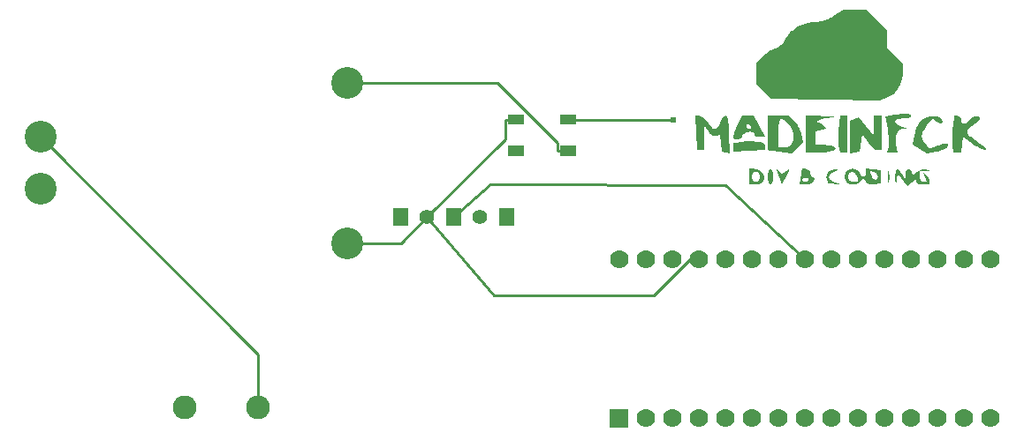
<source format=gtl>
G04 Layer: TopLayer*
G04 EasyEDA v6.4.12, 2021-01-01T09:56:31+01:00*
G04 894a5beaafa14ce6bfb9057d1c18a6f7,8f8135e26d124d33b536985ae94b05e9,10*
G04 Gerber Generator version 0.2*
G04 Scale: 100 percent, Rotated: No, Reflected: No *
G04 Dimensions in millimeters *
G04 leading zeros omitted , absolute positions ,4 integer and 5 decimal *
%FSLAX45Y45*%
%MOMM*%

%ADD11C,0.2600*%
%ADD12C,0.4064*%
%ADD13C,0.6100*%
%ADD16C,1.7780*%
%ADD17C,3.0480*%
%ADD18C,3.0500*%
%ADD19C,2.2860*%
%ADD21C,1.4148*%

%LPD*%
G36*
X8276183Y4907534D02*
G01*
X8054340Y4907330D01*
X7960715Y4848504D01*
X7950708Y4842814D01*
X7939989Y4837277D01*
X7928609Y4831943D01*
X7916722Y4826762D01*
X7904327Y4821834D01*
X7891627Y4817110D01*
X7878673Y4812741D01*
X7865618Y4808626D01*
X7852460Y4804918D01*
X7839405Y4801565D01*
X7826451Y4798618D01*
X7813751Y4796129D01*
X7801457Y4794097D01*
X7789570Y4792573D01*
X7778191Y4791608D01*
X7766202Y4790998D01*
X7753146Y4790033D01*
X7740243Y4788662D01*
X7727543Y4786833D01*
X7714996Y4784598D01*
X7702600Y4781956D01*
X7690459Y4778908D01*
X7678470Y4775403D01*
X7666736Y4771542D01*
X7655204Y4767326D01*
X7643926Y4762652D01*
X7632852Y4757623D01*
X7622031Y4752238D01*
X7611516Y4746498D01*
X7601254Y4740351D01*
X7591247Y4733848D01*
X7581544Y4726990D01*
X7572146Y4719828D01*
X7563053Y4712309D01*
X7554264Y4704435D01*
X7545831Y4696206D01*
X7537703Y4687671D01*
X7529931Y4678832D01*
X7522514Y4669688D01*
X7515453Y4660239D01*
X7508748Y4650435D01*
X7502448Y4640376D01*
X7496556Y4630013D01*
X7490510Y4618786D01*
X7486954Y4612894D01*
X7478928Y4601260D01*
X7469886Y4589983D01*
X7465059Y4584547D01*
X7454900Y4574235D01*
X7444282Y4564735D01*
X7438847Y4560366D01*
X7427823Y4552492D01*
X7422337Y4549038D01*
X7416901Y4545939D01*
X7411466Y4543196D01*
X7406182Y4540859D01*
X7400950Y4538929D01*
X7391603Y4536287D01*
X7382509Y4533138D01*
X7372756Y4528972D01*
X7362494Y4523994D01*
X7351928Y4518202D01*
X7341158Y4511751D01*
X7330287Y4504690D01*
X7319568Y4497120D01*
X7309053Y4489145D01*
X7298944Y4480864D01*
X7289342Y4472381D01*
X7280402Y4463796D01*
X7217257Y4396689D01*
X7217257Y4196334D01*
X7356856Y4056634D01*
X8404910Y4040987D01*
X8483346Y4073550D01*
X8492947Y4078224D01*
X8502345Y4083456D01*
X8511489Y4089298D01*
X8520430Y4095648D01*
X8529066Y4102557D01*
X8537397Y4109923D01*
X8545474Y4117746D01*
X8553246Y4126077D01*
X8560663Y4134764D01*
X8567826Y4143908D01*
X8574582Y4153408D01*
X8580983Y4163263D01*
X8587028Y4173474D01*
X8592718Y4183989D01*
X8597950Y4194810D01*
X8602827Y4205884D01*
X8607247Y4217212D01*
X8611209Y4228744D01*
X8614765Y4240479D01*
X8617864Y4252417D01*
X8620455Y4264507D01*
X8622538Y4276699D01*
X8624112Y4288993D01*
X8625230Y4301388D01*
X8625738Y4313885D01*
X8625840Y4395622D01*
X8473440Y4548022D01*
X8473440Y4710328D01*
G37*
G36*
X8648090Y3912362D02*
G01*
X8634882Y3912006D01*
X8620099Y3911193D01*
X8603742Y3909771D01*
X8585708Y3907891D01*
X8544560Y3902557D01*
X8455101Y3888841D01*
X8478062Y3765550D01*
X8480450Y3751427D01*
X8484412Y3722522D01*
X8487410Y3693617D01*
X8489391Y3665829D01*
X8489950Y3652672D01*
X8490204Y3628491D01*
X8489848Y3617772D01*
X8489238Y3608120D01*
X8488273Y3599738D01*
X8476792Y3535934D01*
X8576005Y3535934D01*
X8561882Y3613556D01*
X8559800Y3628644D01*
X8558377Y3643172D01*
X8557717Y3657041D01*
X8557717Y3670249D01*
X8558479Y3682746D01*
X8559850Y3694531D01*
X8561933Y3705504D01*
X8564676Y3715715D01*
X8568080Y3725062D01*
X8572093Y3733596D01*
X8576716Y3741165D01*
X8579256Y3744620D01*
X8584844Y3750767D01*
X8587841Y3753510D01*
X8590940Y3755948D01*
X8594242Y3758184D01*
X8597696Y3760114D01*
X8601252Y3761790D01*
X8604961Y3763213D01*
X8608822Y3764381D01*
X8612784Y3765245D01*
X8616950Y3765854D01*
X8621166Y3766159D01*
X8663940Y3767734D01*
X8600186Y3793490D01*
X8588349Y3799078D01*
X8583015Y3801922D01*
X8573668Y3807663D01*
X8565997Y3813454D01*
X8562797Y3816299D01*
X8559952Y3819194D01*
X8557564Y3822039D01*
X8555583Y3824833D01*
X8554008Y3827576D01*
X8552840Y3830320D01*
X8552027Y3833012D01*
X8551672Y3835654D01*
X8551672Y3838194D01*
X8552129Y3840683D01*
X8552942Y3843121D01*
X8554161Y3845458D01*
X8555736Y3847693D01*
X8557768Y3849878D01*
X8560155Y3851910D01*
X8562898Y3853840D01*
X8569604Y3857396D01*
X8577834Y3860393D01*
X8587587Y3862832D01*
X8598865Y3864610D01*
X8611616Y3865727D01*
X8641130Y3866642D01*
X8655405Y3868165D01*
X8662060Y3869232D01*
X8668359Y3870502D01*
X8674201Y3871976D01*
X8679637Y3873601D01*
X8684564Y3875379D01*
X8688984Y3877360D01*
X8692794Y3879443D01*
X8695994Y3881678D01*
X8698585Y3884015D01*
X8700465Y3886454D01*
X8701633Y3888943D01*
X8702040Y3891534D01*
X8701887Y3893820D01*
X8701379Y3896004D01*
X8700617Y3897985D01*
X8699500Y3899915D01*
X8698077Y3901643D01*
X8696350Y3903268D01*
X8694267Y3904742D01*
X8691829Y3906113D01*
X8689086Y3907332D01*
X8682482Y3909364D01*
X8674506Y3910888D01*
X8665057Y3911854D01*
X8654135Y3912311D01*
G37*
G36*
X6631940Y3891635D02*
G01*
X6648958Y3561334D01*
X6720840Y3561334D01*
X6720840Y3801262D01*
X6761581Y3743096D01*
X6765899Y3737203D01*
X6770420Y3731666D01*
X6775196Y3726434D01*
X6780072Y3721506D01*
X6785051Y3716985D01*
X6790131Y3712870D01*
X6795211Y3709111D01*
X6800291Y3705860D01*
X6805371Y3703015D01*
X6810298Y3700627D01*
X6815175Y3698798D01*
X6819849Y3697478D01*
X6824319Y3696715D01*
X6828586Y3696512D01*
X6832600Y3696919D01*
X6836257Y3697935D01*
X6870192Y3710990D01*
X6885940Y3549040D01*
X6962140Y3534714D01*
X6956856Y3713683D01*
X6955180Y3763721D01*
X6953503Y3803345D01*
X6951573Y3833825D01*
X6950506Y3846017D01*
X6949287Y3856329D01*
X6947966Y3864965D01*
X6946442Y3872077D01*
X6944715Y3877818D01*
X6942785Y3882288D01*
X6940651Y3885641D01*
X6938213Y3888130D01*
X6935470Y3889756D01*
X6932472Y3890772D01*
X6929120Y3891330D01*
X6923379Y3891534D01*
X6919671Y3890975D01*
X6915607Y3889248D01*
X6911390Y3886504D01*
X6906971Y3882847D01*
X6902450Y3878275D01*
X6897928Y3872890D01*
X6893407Y3866794D01*
X6888937Y3860037D01*
X6884670Y3852672D01*
X6880555Y3844848D01*
X6876745Y3836619D01*
X6869734Y3819448D01*
X6865924Y3811219D01*
X6861860Y3803396D01*
X6857593Y3796029D01*
X6853174Y3789273D01*
X6848703Y3783177D01*
X6844233Y3777792D01*
X6839762Y3773220D01*
X6835444Y3769563D01*
X6831228Y3766820D01*
X6827316Y3765143D01*
X6823659Y3764534D01*
X6820814Y3764889D01*
X6817664Y3765854D01*
X6814210Y3767378D01*
X6806488Y3772204D01*
X6797954Y3779062D01*
X6793433Y3783177D01*
X6784187Y3792575D01*
X6774738Y3803396D01*
X6765442Y3815283D01*
X6752132Y3834485D01*
X6747357Y3840784D01*
X6742379Y3846880D01*
X6731762Y3858260D01*
X6726224Y3863492D01*
X6720636Y3868369D01*
X6714998Y3872890D01*
X6709359Y3877005D01*
X6703771Y3880662D01*
X6698234Y3883863D01*
X6692849Y3886555D01*
X6687667Y3888689D01*
X6682638Y3890264D01*
X6677914Y3891279D01*
X6673443Y3891584D01*
G37*
G36*
X9113774Y3891534D02*
G01*
X9104223Y3790594D01*
X9102496Y3765956D01*
X9100972Y3725519D01*
X9100718Y3691026D01*
X9101124Y3664407D01*
X9102090Y3639870D01*
X9103664Y3618484D01*
X9111640Y3535934D01*
X9181388Y3535934D01*
X9197340Y3689451D01*
X9300413Y3619195D01*
X9313672Y3610660D01*
X9326880Y3602634D01*
X9339783Y3595217D01*
X9352229Y3588512D01*
X9364167Y3582568D01*
X9375343Y3577437D01*
X9385706Y3573170D01*
X9395002Y3569868D01*
X9403130Y3567633D01*
X9409988Y3566464D01*
X9412833Y3566363D01*
X9415322Y3566515D01*
X9417405Y3566972D01*
X9419285Y3567937D01*
X9420402Y3569360D01*
X9420860Y3571138D01*
X9420606Y3573373D01*
X9419691Y3575964D01*
X9418167Y3578860D01*
X9415983Y3582162D01*
X9409836Y3589578D01*
X9401403Y3598062D01*
X9390888Y3607511D01*
X9378492Y3617671D01*
X9364268Y3628390D01*
X9348470Y3639565D01*
X9316720Y3660952D01*
X9303004Y3670604D01*
X9290659Y3679647D01*
X9279686Y3688181D01*
X9270136Y3696208D01*
X9261906Y3703828D01*
X9255048Y3711041D01*
X9249511Y3717950D01*
X9247225Y3721252D01*
X9245295Y3724554D01*
X9242399Y3730955D01*
X9241434Y3734054D01*
X9240469Y3740200D01*
X9240824Y3746296D01*
X9241434Y3749294D01*
X9242399Y3752291D01*
X9243669Y3755288D01*
X9247124Y3761333D01*
X9251797Y3767480D01*
X9257690Y3773728D01*
X9264802Y3780180D01*
X9273082Y3786835D01*
X9282531Y3793845D01*
X9305391Y3809339D01*
X9317736Y3818331D01*
X9329115Y3827475D01*
X9339275Y3836568D01*
X9343796Y3840937D01*
X9351518Y3849370D01*
X9357410Y3857040D01*
X9359544Y3860495D01*
X9361119Y3863695D01*
X9362084Y3866540D01*
X9362440Y3869080D01*
X9362084Y3873347D01*
X9361068Y3877157D01*
X9359493Y3880459D01*
X9357309Y3883355D01*
X9354566Y3885742D01*
X9351365Y3887724D01*
X9347758Y3889248D01*
X9343745Y3890314D01*
X9339376Y3890924D01*
X9334652Y3891178D01*
X9329724Y3890975D01*
X9324543Y3890365D01*
X9319158Y3889349D01*
X9313672Y3887927D01*
X9308084Y3886149D01*
X9302445Y3883964D01*
X9296806Y3881374D01*
X9291218Y3878478D01*
X9285681Y3875176D01*
X9280296Y3871518D01*
X9275064Y3867505D01*
X9270034Y3863136D01*
X9265310Y3858463D01*
X9256369Y3848303D01*
X9251645Y3843324D01*
X9241840Y3834231D01*
X9236862Y3830167D01*
X9231934Y3826510D01*
X9227108Y3823309D01*
X9222486Y3820566D01*
X9218066Y3818331D01*
X9213951Y3816705D01*
X9210243Y3815689D01*
X9206890Y3815334D01*
X9202420Y3816096D01*
X9198254Y3818331D01*
X9194495Y3821887D01*
X9191193Y3826510D01*
X9188450Y3832148D01*
X9186367Y3838651D01*
X9185097Y3845763D01*
X9184284Y3858564D01*
X9183370Y3863543D01*
X9181846Y3868216D01*
X9179763Y3872636D01*
X9177223Y3876700D01*
X9174226Y3880358D01*
X9170822Y3883558D01*
X9167063Y3886301D01*
X9162948Y3888536D01*
X9158579Y3890162D01*
X9154007Y3891178D01*
X9149181Y3891534D01*
G37*
G36*
X8346440Y3891534D02*
G01*
X8345068Y3701034D01*
X8201304Y3874363D01*
X8117840Y3842308D01*
X8117840Y3532225D01*
X8206740Y3549192D01*
X8232140Y3718661D01*
X8294878Y3633571D01*
X8304987Y3621176D01*
X8315452Y3609441D01*
X8326120Y3598621D01*
X8336686Y3588867D01*
X8347049Y3580333D01*
X8356955Y3573170D01*
X8366201Y3567531D01*
X8370570Y3565347D01*
X8374634Y3563620D01*
X8378494Y3562350D01*
X8382050Y3561587D01*
X8385302Y3561334D01*
X8422640Y3561334D01*
X8422640Y3891534D01*
G37*
G36*
X8020913Y3891534D02*
G01*
X8011464Y3742436D01*
X8010093Y3718458D01*
X8009077Y3696258D01*
X8008416Y3675786D01*
X8008112Y3656990D01*
X8008112Y3639820D01*
X8008518Y3624224D01*
X8009331Y3610101D01*
X8010499Y3597401D01*
X8012074Y3586124D01*
X8014055Y3576116D01*
X8016494Y3567379D01*
X8019389Y3559860D01*
X8022691Y3553510D01*
X8024520Y3550716D01*
X8028584Y3545992D01*
X8030768Y3543960D01*
X8033105Y3542182D01*
X8035544Y3540658D01*
X8040776Y3538270D01*
X8046567Y3536746D01*
X8052816Y3536035D01*
X8092440Y3535934D01*
X8092440Y3891534D01*
G37*
G36*
X7690866Y3891534D02*
G01*
X7693101Y3535934D01*
X7793786Y3536340D01*
X7811312Y3536797D01*
X7828280Y3537559D01*
X7844637Y3538626D01*
X7860334Y3540048D01*
X7875320Y3541725D01*
X7889494Y3543706D01*
X7902854Y3545941D01*
X7915300Y3548430D01*
X7926831Y3551123D01*
X7937347Y3554069D01*
X7946796Y3557168D01*
X7955076Y3560470D01*
X7962239Y3563975D01*
X7968183Y3567582D01*
X7972806Y3571341D01*
X7976158Y3575253D01*
X7977276Y3577234D01*
X7978038Y3579266D01*
X7978444Y3581298D01*
X7978495Y3583330D01*
X7978190Y3585413D01*
X7977428Y3587496D01*
X7976362Y3589629D01*
X7974482Y3591915D01*
X7971739Y3594150D01*
X7968284Y3596284D01*
X7964017Y3598367D01*
X7959140Y3600348D01*
X7953603Y3602177D01*
X7940852Y3605529D01*
X7933740Y3607003D01*
X7918297Y3609390D01*
X7901584Y3611118D01*
X7884007Y3612032D01*
X7787640Y3612134D01*
X7787640Y3743909D01*
X7890306Y3770731D01*
X7861503Y3805478D01*
X7857337Y3810000D01*
X7852816Y3814064D01*
X7848041Y3817670D01*
X7843012Y3820718D01*
X7837881Y3823258D01*
X7832648Y3825240D01*
X7827416Y3826611D01*
X7822285Y3827424D01*
X7817256Y3827576D01*
X7812481Y3827068D01*
X7807959Y3825900D01*
X7803794Y3824020D01*
X7774940Y3807866D01*
X7800340Y3835044D01*
X7803286Y3837889D01*
X7806994Y3840734D01*
X7816189Y3846474D01*
X7827568Y3852062D01*
X7840624Y3857447D01*
X7855051Y3862374D01*
X7870342Y3866743D01*
X7886090Y3870350D01*
X7901940Y3873093D01*
X7978140Y3883914D01*
G37*
G36*
X7330440Y3891534D02*
G01*
X7330592Y3688689D01*
X7331049Y3653840D01*
X7331811Y3623056D01*
X7333374Y3586734D01*
X7432040Y3586734D01*
X7432141Y3745484D01*
X7433157Y3779062D01*
X7434122Y3793642D01*
X7435392Y3806748D01*
X7436967Y3818432D01*
X7438847Y3828745D01*
X7441133Y3837635D01*
X7443774Y3845153D01*
X7445197Y3848404D01*
X7448448Y3853891D01*
X7450175Y3856126D01*
X7452055Y3858056D01*
X7454036Y3859631D01*
X7456119Y3860901D01*
X7458303Y3861866D01*
X7460640Y3862476D01*
X7463028Y3862781D01*
X7468260Y3862425D01*
X7471003Y3861815D01*
X7476947Y3859580D01*
X7483398Y3856177D01*
X7490358Y3851554D01*
X7497825Y3845763D01*
X7505903Y3838803D01*
X7514539Y3830726D01*
X7523632Y3821582D01*
X7532166Y3811930D01*
X7539939Y3801973D01*
X7546949Y3791813D01*
X7553198Y3781450D01*
X7558684Y3770884D01*
X7563408Y3760266D01*
X7567472Y3749548D01*
X7570724Y3738829D01*
X7573314Y3728110D01*
X7575194Y3717442D01*
X7576362Y3706926D01*
X7576820Y3696563D01*
X7576566Y3686352D01*
X7575702Y3676446D01*
X7574076Y3666794D01*
X7571841Y3657498D01*
X7568946Y3648557D01*
X7565339Y3640023D01*
X7561122Y3631996D01*
X7556296Y3624427D01*
X7550810Y3617468D01*
X7544714Y3611067D01*
X7537958Y3605326D01*
X7534402Y3602685D01*
X7526731Y3598011D01*
X7522718Y3595928D01*
X7514183Y3592372D01*
X7505039Y3589680D01*
X7500264Y3588613D01*
X7495336Y3587800D01*
X7485075Y3586835D01*
X7333374Y3586734D01*
X7334300Y3573576D01*
X7334961Y3567176D01*
X7335672Y3562756D01*
X7336383Y3560419D01*
X7336790Y3560064D01*
X7372350Y3555136D01*
X7554772Y3531666D01*
X7665923Y3642817D01*
X7649311Y3728262D01*
X7646314Y3739692D01*
X7642453Y3751376D01*
X7637932Y3763162D01*
X7632700Y3774948D01*
X7626959Y3786530D01*
X7620711Y3797808D01*
X7614056Y3808577D01*
X7607096Y3818737D01*
X7599934Y3828084D01*
X7592618Y3836517D01*
X7585202Y3843883D01*
X7528001Y3891534D01*
G37*
G36*
X7085838Y3891534D02*
G01*
X7037480Y3789934D01*
X7127240Y3789934D01*
X7128103Y3799789D01*
X7130491Y3807866D01*
X7134098Y3813352D01*
X7138416Y3815334D01*
X7141006Y3814826D01*
X7144003Y3813352D01*
X7147356Y3810965D01*
X7150963Y3807866D01*
X7154621Y3804107D01*
X7158329Y3799789D01*
X7161936Y3795014D01*
X7165340Y3789934D01*
X7167930Y3784854D01*
X7169302Y3780078D01*
X7169454Y3775760D01*
X7168489Y3772001D01*
X7166457Y3768902D01*
X7163308Y3766565D01*
X7159193Y3765042D01*
X7154113Y3764534D01*
X7148728Y3765042D01*
X7143699Y3766565D01*
X7139127Y3768902D01*
X7135114Y3772001D01*
X7131812Y3775760D01*
X7129322Y3780078D01*
X7127798Y3784854D01*
X7127240Y3789934D01*
X7037480Y3789934D01*
X7026402Y3764991D01*
X7020509Y3750868D01*
X7010552Y3725113D01*
X7006640Y3713886D01*
X7003592Y3704082D01*
X7001459Y3695954D01*
X7000392Y3689756D01*
X7000240Y3687470D01*
X7000595Y3682847D01*
X7001611Y3678682D01*
X7003237Y3675075D01*
X7005421Y3671925D01*
X7008164Y3669284D01*
X7011314Y3667150D01*
X7014870Y3665474D01*
X7018781Y3664204D01*
X7022998Y3663442D01*
X7027468Y3663137D01*
X7032091Y3663289D01*
X7036917Y3663848D01*
X7041743Y3664813D01*
X7046671Y3666185D01*
X7051548Y3668014D01*
X7056323Y3670198D01*
X7060996Y3672789D01*
X7065518Y3675735D01*
X7069734Y3679088D01*
X7073696Y3682796D01*
X7077354Y3686810D01*
X7080554Y3691229D01*
X7083348Y3695954D01*
X7087666Y3705453D01*
X7090308Y3709568D01*
X7093508Y3713479D01*
X7097217Y3717137D01*
X7101382Y3720490D01*
X7105954Y3723640D01*
X7110831Y3726484D01*
X7116013Y3729024D01*
X7121499Y3731310D01*
X7127138Y3733342D01*
X7132878Y3735019D01*
X7138771Y3736441D01*
X7150557Y3738321D01*
X7156399Y3738778D01*
X7162139Y3738930D01*
X7167727Y3738778D01*
X7173061Y3738270D01*
X7178141Y3737406D01*
X7182916Y3736238D01*
X7187285Y3734714D01*
X7191248Y3732834D01*
X7194753Y3730548D01*
X7197750Y3727958D01*
X7200138Y3724960D01*
X7201916Y3721608D01*
X7203033Y3717848D01*
X7203846Y3710279D01*
X7205167Y3707028D01*
X7207250Y3703878D01*
X7210094Y3700932D01*
X7213600Y3698240D01*
X7217714Y3695801D01*
X7222388Y3693668D01*
X7227570Y3691839D01*
X7233208Y3690365D01*
X7239203Y3689248D01*
X7245553Y3688587D01*
X7252106Y3688334D01*
X7300823Y3688334D01*
X7190740Y3891127D01*
G37*
G36*
X8920022Y3891076D02*
G01*
X8907932Y3890518D01*
X8895588Y3889248D01*
X8883192Y3887317D01*
X8870797Y3884625D01*
X8858656Y3881272D01*
X8846820Y3877259D01*
X8835491Y3872585D01*
X8830005Y3870045D01*
X8819591Y3864406D01*
X8809990Y3858158D01*
X8801354Y3851300D01*
X8797442Y3847693D01*
X8790787Y3840429D01*
X8784793Y3832504D01*
X8778849Y3823309D01*
X8772956Y3813098D01*
X8767216Y3801922D01*
X8761679Y3790086D01*
X8756497Y3777640D01*
X8751620Y3764838D01*
X8747201Y3751783D01*
X8743289Y3738676D01*
X8739936Y3725672D01*
X8737193Y3712921D01*
X8721598Y3617112D01*
X8854186Y3530244D01*
X8950909Y3548481D01*
X8967470Y3552444D01*
X8982964Y3556965D01*
X8997340Y3562045D01*
X9010497Y3567531D01*
X9022283Y3573424D01*
X9027617Y3576421D01*
X9037218Y3582670D01*
X9041384Y3585870D01*
X9045143Y3589070D01*
X9048445Y3592322D01*
X9051290Y3595522D01*
X9053728Y3598773D01*
X9055658Y3601974D01*
X9057081Y3605174D01*
X9057995Y3608374D01*
X9058402Y3611473D01*
X9058300Y3614521D01*
X9057589Y3617569D01*
X9056370Y3620465D01*
X9054541Y3623310D01*
X9052153Y3626104D01*
X9050629Y3627018D01*
X9048343Y3627577D01*
X9045244Y3627780D01*
X9041485Y3627729D01*
X9032036Y3626612D01*
X9020302Y3624376D01*
X9006738Y3621024D01*
X8991701Y3616655D01*
X8975547Y3611422D01*
X8958630Y3605377D01*
X8875725Y3574034D01*
X8835288Y3629456D01*
X8827363Y3641140D01*
X8820708Y3652164D01*
X8815324Y3662629D01*
X8813038Y3667760D01*
X8811107Y3672738D01*
X8808212Y3682542D01*
X8807246Y3687368D01*
X8806586Y3692194D01*
X8806230Y3697020D01*
X8806230Y3701846D01*
X8806535Y3706672D01*
X8807196Y3711549D01*
X8808161Y3716477D01*
X8809482Y3721506D01*
X8811107Y3726586D01*
X8813038Y3731768D01*
X8815324Y3737101D01*
X8820962Y3748125D01*
X8827922Y3759860D01*
X8836202Y3772357D01*
X8845905Y3785717D01*
X8857030Y3800144D01*
X8910421Y3868064D01*
X8946540Y3838092D01*
X8951569Y3834129D01*
X8956497Y3830726D01*
X8961323Y3827830D01*
X8965996Y3825443D01*
X8970518Y3823563D01*
X8974836Y3822141D01*
X8979001Y3821176D01*
X8982862Y3820718D01*
X8986520Y3820617D01*
X8989923Y3821023D01*
X8992971Y3821836D01*
X8995714Y3823004D01*
X8998102Y3824630D01*
X9000134Y3826560D01*
X9001810Y3828897D01*
X9003030Y3831590D01*
X9003792Y3834637D01*
X9004147Y3837990D01*
X9003995Y3841699D01*
X9003334Y3845712D01*
X9002115Y3849979D01*
X9000388Y3854551D01*
X8998102Y3859377D01*
X8995156Y3864457D01*
X8992920Y3867658D01*
X8990380Y3870604D01*
X8987434Y3873398D01*
X8984183Y3875938D01*
X8980627Y3878326D01*
X8976766Y3880459D01*
X8968282Y3884168D01*
X8963660Y3885692D01*
X8953754Y3888181D01*
X8943086Y3889908D01*
X8931808Y3890873D01*
G37*
G36*
X7157212Y3649116D02*
G01*
X7131253Y3648456D01*
X7103516Y3646576D01*
X7089648Y3645204D01*
X7000240Y3634333D01*
X7000138Y3548634D01*
X7305040Y3565855D01*
X7305040Y3601669D01*
X7304278Y3608882D01*
X7302195Y3615588D01*
X7298842Y3621684D01*
X7294422Y3627018D01*
X7289088Y3631387D01*
X7282992Y3634689D01*
X7276236Y3636822D01*
X7269022Y3637534D01*
X7258253Y3637838D01*
X7246213Y3638702D01*
X7233615Y3640023D01*
X7221118Y3641750D01*
X7209434Y3643782D01*
X7192619Y3647236D01*
X7184288Y3648201D01*
X7174382Y3648760D01*
G37*
G36*
X7407554Y3392779D02*
G01*
X7466939Y3235401D01*
X7505344Y3309518D01*
X7514132Y3327146D01*
X7521143Y3342132D01*
X7526426Y3354527D01*
X7529931Y3364382D01*
X7530998Y3368344D01*
X7531658Y3371697D01*
X7531862Y3374491D01*
X7531658Y3376625D01*
X7530947Y3378149D01*
X7529830Y3379114D01*
X7528306Y3379470D01*
X7526324Y3379215D01*
X7523886Y3378403D01*
X7520990Y3377031D01*
X7513929Y3372612D01*
X7505090Y3365957D01*
X7466380Y3333953D01*
G37*
G36*
X7679283Y3387648D02*
G01*
X7674457Y3387598D01*
X7670038Y3386937D01*
X7666126Y3385565D01*
X7662824Y3383534D01*
X7660284Y3380740D01*
X7658557Y3377184D01*
X7655915Y3364433D01*
X7651038Y3337051D01*
X7641152Y3277717D01*
X7660640Y3277717D01*
X7661402Y3281934D01*
X7663535Y3285947D01*
X7666939Y3289503D01*
X7671511Y3292652D01*
X7676946Y3295243D01*
X7683246Y3297224D01*
X7690154Y3298444D01*
X7697622Y3298850D01*
X7704785Y3298444D01*
X7710931Y3297224D01*
X7716012Y3295243D01*
X7719872Y3292652D01*
X7722463Y3289503D01*
X7723682Y3285947D01*
X7723378Y3281934D01*
X7721498Y3277717D01*
X7718399Y3273450D01*
X7714538Y3269488D01*
X7710119Y3265881D01*
X7705242Y3262731D01*
X7700111Y3260140D01*
X7694828Y3258210D01*
X7689596Y3256991D01*
X7684516Y3256534D01*
X7679740Y3256991D01*
X7675270Y3258210D01*
X7671206Y3260140D01*
X7667650Y3262731D01*
X7664703Y3265881D01*
X7662519Y3269488D01*
X7661097Y3273450D01*
X7660640Y3277717D01*
X7641152Y3277717D01*
X7633462Y3231134D01*
X7695133Y3231134D01*
X7701483Y3231337D01*
X7707833Y3231896D01*
X7714081Y3232861D01*
X7720228Y3234131D01*
X7726222Y3235756D01*
X7732064Y3237687D01*
X7737652Y3239871D01*
X7742986Y3242310D01*
X7748016Y3245053D01*
X7752689Y3247948D01*
X7757007Y3251098D01*
X7760868Y3254451D01*
X7764272Y3257956D01*
X7767218Y3261563D01*
X7769606Y3265373D01*
X7771434Y3269234D01*
X7773822Y3276904D01*
X7775143Y3284016D01*
X7775346Y3290519D01*
X7774533Y3296158D01*
X7772653Y3300831D01*
X7769809Y3304336D01*
X7766050Y3306572D01*
X7756499Y3308096D01*
X7751876Y3310331D01*
X7747711Y3313887D01*
X7744053Y3318510D01*
X7741056Y3324148D01*
X7738770Y3330651D01*
X7737348Y3337763D01*
X7736840Y3345434D01*
X7736331Y3349904D01*
X7734858Y3354324D01*
X7732572Y3358642D01*
X7729524Y3362807D01*
X7725816Y3366770D01*
X7721549Y3370529D01*
X7716824Y3373983D01*
X7711795Y3377184D01*
X7706461Y3380028D01*
X7700924Y3382467D01*
X7695387Y3384499D01*
X7689850Y3386074D01*
X7684465Y3387140D01*
G37*
G36*
X8270240Y3386886D02*
G01*
X8270240Y3363976D01*
X8316163Y3363976D01*
X8350351Y3352596D01*
X8357209Y3349701D01*
X8363610Y3345840D01*
X8369401Y3341166D01*
X8374481Y3335832D01*
X8378647Y3330041D01*
X8381847Y3323996D01*
X8383828Y3317748D01*
X8384540Y3311550D01*
X8384286Y3306114D01*
X8383524Y3301187D01*
X8382355Y3296869D01*
X8380780Y3293059D01*
X8378850Y3289808D01*
X8376615Y3287064D01*
X8374075Y3284880D01*
X8371281Y3283204D01*
X8368284Y3281984D01*
X8365134Y3281324D01*
X8361832Y3281172D01*
X8358428Y3281527D01*
X8355025Y3282340D01*
X8351570Y3283610D01*
X8348116Y3285388D01*
X8344763Y3287623D01*
X8341512Y3290366D01*
X8338413Y3293516D01*
X8335467Y3297123D01*
X8332774Y3301136D01*
X8330336Y3305657D01*
X8328202Y3310534D01*
X8326374Y3315868D01*
X8324951Y3321608D01*
X8316163Y3363976D01*
X8270240Y3363976D01*
X8270240Y3347110D01*
X8270036Y3341065D01*
X8269427Y3335477D01*
X8268411Y3330448D01*
X8267141Y3325926D01*
X8265464Y3321913D01*
X8263534Y3318459D01*
X8261350Y3315462D01*
X8258962Y3313023D01*
X8256320Y3311093D01*
X8253526Y3309721D01*
X8250529Y3308858D01*
X8247430Y3308502D01*
X8244230Y3308654D01*
X8240979Y3309365D01*
X8237677Y3310585D01*
X8234324Y3312363D01*
X8231022Y3314649D01*
X8227720Y3317443D01*
X8224520Y3320796D01*
X8221370Y3324656D01*
X8218322Y3329025D01*
X8215477Y3333953D01*
X8212734Y3339439D01*
X8210245Y3345434D01*
X8207806Y3350564D01*
X8204504Y3355543D01*
X8200440Y3360216D01*
X8195716Y3364636D01*
X8190382Y3368700D01*
X8184540Y3372358D01*
X8178241Y3375558D01*
X8171637Y3378301D01*
X8164728Y3380536D01*
X8157616Y3382162D01*
X8150453Y3383178D01*
X8143240Y3383534D01*
X8136026Y3383178D01*
X8128812Y3382162D01*
X8121751Y3380536D01*
X8114842Y3378301D01*
X8108188Y3375558D01*
X8101939Y3372358D01*
X8096097Y3368700D01*
X8090763Y3364636D01*
X8086039Y3360216D01*
X8081975Y3355543D01*
X8078673Y3350564D01*
X8076234Y3345434D01*
X8074304Y3340049D01*
X8072678Y3334765D01*
X8070291Y3324402D01*
X8069021Y3314446D01*
X8068848Y3306724D01*
X8098231Y3306724D01*
X8098332Y3311245D01*
X8098891Y3315766D01*
X8099907Y3320389D01*
X8101431Y3324961D01*
X8103412Y3329533D01*
X8105952Y3334054D01*
X8108950Y3338423D01*
X8112252Y3342182D01*
X8115757Y3345332D01*
X8119414Y3347923D01*
X8123326Y3349955D01*
X8127339Y3351428D01*
X8131454Y3352393D01*
X8135620Y3352800D01*
X8139887Y3352749D01*
X8144154Y3352139D01*
X8148421Y3351072D01*
X8152638Y3349548D01*
X8156803Y3347567D01*
X8160867Y3345129D01*
X8164779Y3342233D01*
X8168589Y3338931D01*
X8172145Y3335223D01*
X8175548Y3331108D01*
X8178647Y3326637D01*
X8181492Y3321761D01*
X8184032Y3316579D01*
X8186267Y3310991D01*
X8188096Y3305098D01*
X8189518Y3298901D01*
X8197748Y3256534D01*
X8159292Y3256534D01*
X8153501Y3256737D01*
X8147913Y3257346D01*
X8142528Y3258362D01*
X8137398Y3259785D01*
X8132521Y3261512D01*
X8127898Y3263595D01*
X8123580Y3265932D01*
X8119516Y3268624D01*
X8115808Y3271520D01*
X8112353Y3274720D01*
X8109305Y3278124D01*
X8106562Y3281730D01*
X8104174Y3285540D01*
X8102193Y3289554D01*
X8100568Y3293668D01*
X8099348Y3297936D01*
X8098586Y3302254D01*
X8098231Y3306724D01*
X8068848Y3306724D01*
X8069122Y3300171D01*
X8069630Y3295650D01*
X8070392Y3291230D01*
X8072628Y3282797D01*
X8075675Y3274822D01*
X8079536Y3267405D01*
X8084108Y3260598D01*
X8089392Y3254400D01*
X8095335Y3248812D01*
X8101787Y3243986D01*
X8108797Y3239820D01*
X8116214Y3236417D01*
X8120075Y3234994D01*
X8128101Y3232810D01*
X8132216Y3231997D01*
X8140649Y3231083D01*
X8149285Y3231032D01*
X8158124Y3231946D01*
X8167065Y3233775D01*
X8176006Y3236620D01*
X8184997Y3240532D01*
X8193887Y3245459D01*
X8198256Y3248304D01*
X8206943Y3254908D01*
X8211210Y3258667D01*
X8246922Y3294227D01*
X8267801Y3260445D01*
X8270240Y3257042D01*
X8273237Y3253841D01*
X8276742Y3250844D01*
X8280704Y3247999D01*
X8285073Y3245408D01*
X8289848Y3243072D01*
X8294928Y3240989D01*
X8300364Y3239109D01*
X8306003Y3237534D01*
X8311896Y3236264D01*
X8317941Y3235299D01*
X8324088Y3234588D01*
X8330387Y3234232D01*
X8336686Y3234232D01*
X8343036Y3234588D01*
X8349284Y3235248D01*
X8409940Y3243834D01*
X8409940Y3370834D01*
G37*
G36*
X7355840Y3383534D02*
G01*
X7353249Y3383127D01*
X7350709Y3381959D01*
X7348270Y3380079D01*
X7345984Y3377539D01*
X7343749Y3374288D01*
X7341666Y3370478D01*
X7339685Y3366058D01*
X7336231Y3355746D01*
X7334758Y3349853D01*
X7333488Y3343605D01*
X7331557Y3329940D01*
X7330541Y3315106D01*
X7330541Y3299561D01*
X7331557Y3284728D01*
X7333488Y3271113D01*
X7334758Y3264814D01*
X7336231Y3258921D01*
X7339685Y3248609D01*
X7341666Y3244189D01*
X7343749Y3240379D01*
X7345984Y3237128D01*
X7348270Y3234588D01*
X7350709Y3232708D01*
X7353249Y3231540D01*
X7355840Y3231134D01*
X7358430Y3231540D01*
X7360920Y3232708D01*
X7363358Y3234588D01*
X7365695Y3237128D01*
X7367930Y3240379D01*
X7370013Y3244189D01*
X7371943Y3248609D01*
X7373772Y3253536D01*
X7375398Y3258921D01*
X7376871Y3264814D01*
X7378141Y3271113D01*
X7380071Y3284728D01*
X7381087Y3299561D01*
X7381240Y3307334D01*
X7381087Y3315106D01*
X7380071Y3329940D01*
X7378141Y3343605D01*
X7376871Y3349853D01*
X7375398Y3355746D01*
X7373772Y3361131D01*
X7371943Y3366058D01*
X7370013Y3370478D01*
X7367930Y3374288D01*
X7365695Y3377539D01*
X7363358Y3380079D01*
X7360920Y3381959D01*
X7358430Y3383127D01*
G37*
G36*
X7152640Y3383534D02*
G01*
X7152640Y3307334D01*
X7178040Y3307334D01*
X7178395Y3314242D01*
X7179360Y3320897D01*
X7180986Y3327196D01*
X7183221Y3333038D01*
X7185914Y3338474D01*
X7189114Y3343300D01*
X7192772Y3347618D01*
X7196836Y3351225D01*
X7201255Y3354171D01*
X7205929Y3356356D01*
X7210907Y3357676D01*
X7216140Y3358134D01*
X7221321Y3357676D01*
X7226300Y3356356D01*
X7231024Y3354171D01*
X7235393Y3351225D01*
X7239457Y3347618D01*
X7243114Y3343300D01*
X7246315Y3338474D01*
X7249058Y3333038D01*
X7251242Y3327196D01*
X7252868Y3320897D01*
X7253884Y3314242D01*
X7254240Y3307334D01*
X7253884Y3300425D01*
X7252868Y3293770D01*
X7251242Y3287471D01*
X7249058Y3281629D01*
X7246315Y3276244D01*
X7243114Y3271367D01*
X7239457Y3267049D01*
X7235393Y3263442D01*
X7231024Y3260496D01*
X7226300Y3258362D01*
X7221321Y3256991D01*
X7216140Y3256534D01*
X7210907Y3256991D01*
X7205929Y3258362D01*
X7201255Y3260496D01*
X7196836Y3263442D01*
X7192772Y3267049D01*
X7189114Y3271367D01*
X7185914Y3276244D01*
X7183221Y3281629D01*
X7180986Y3287471D01*
X7179360Y3293770D01*
X7178395Y3300425D01*
X7178040Y3307334D01*
X7152640Y3307334D01*
X7152640Y3231134D01*
X7213396Y3231134D01*
X7219899Y3231337D01*
X7226147Y3231896D01*
X7232192Y3232810D01*
X7237984Y3234080D01*
X7243572Y3235706D01*
X7248906Y3237585D01*
X7254036Y3239820D01*
X7258862Y3242310D01*
X7263434Y3245053D01*
X7267752Y3248101D01*
X7271766Y3251352D01*
X7275474Y3254857D01*
X7278928Y3258515D01*
X7282027Y3262426D01*
X7284872Y3266490D01*
X7287361Y3270707D01*
X7289546Y3275126D01*
X7291374Y3279648D01*
X7292848Y3284270D01*
X7293965Y3288995D01*
X7294727Y3293821D01*
X7295134Y3298748D01*
X7295134Y3303727D01*
X7294778Y3308705D01*
X7294016Y3313785D01*
X7292848Y3318814D01*
X7291273Y3323894D01*
X7289292Y3328924D01*
X7286853Y3333953D01*
X7284008Y3338931D01*
X7280706Y3343808D01*
X7276947Y3348634D01*
X7273747Y3352190D01*
X7270140Y3355644D01*
X7266228Y3358997D01*
X7261961Y3362198D01*
X7252614Y3368141D01*
X7247636Y3370834D01*
X7237222Y3375558D01*
X7226503Y3379317D01*
X7221118Y3380790D01*
X7215784Y3381959D01*
X7210501Y3382822D01*
X7205319Y3383330D01*
X7200290Y3383534D01*
G37*
G36*
X8679332Y3383178D02*
G01*
X8676132Y3382772D01*
X8673033Y3381756D01*
X8669985Y3380130D01*
X8667089Y3377946D01*
X8664295Y3375151D01*
X8661654Y3371850D01*
X8659215Y3367938D01*
X8656980Y3363518D01*
X8654999Y3358591D01*
X8653272Y3353155D01*
X8651849Y3347161D01*
X8650732Y3340709D01*
X8649919Y3333800D01*
X8649512Y3326384D01*
X8647785Y3269234D01*
X8616950Y3333038D01*
X8610498Y3344976D01*
X8604250Y3355238D01*
X8598204Y3363772D01*
X8595309Y3367379D01*
X8589670Y3373323D01*
X8586927Y3375710D01*
X8584285Y3377641D01*
X8581745Y3379114D01*
X8579256Y3380232D01*
X8576868Y3380892D01*
X8574582Y3381146D01*
X8572398Y3380994D01*
X8570264Y3380435D01*
X8568283Y3379419D01*
X8566353Y3378047D01*
X8564575Y3376269D01*
X8562898Y3374034D01*
X8561324Y3371392D01*
X8558580Y3364992D01*
X8556294Y3356914D01*
X8554567Y3347262D01*
X8553399Y3335985D01*
X8552789Y3323183D01*
X8552840Y3308756D01*
X8556548Y3218434D01*
X8578697Y3333800D01*
X8670798Y3220110D01*
X8752840Y3288131D01*
X8752840Y3259632D01*
X8753398Y3255772D01*
X8755126Y3252114D01*
X8757818Y3248558D01*
X8761526Y3245307D01*
X8766098Y3242259D01*
X8771483Y3239516D01*
X8777579Y3237077D01*
X8784336Y3235045D01*
X8791651Y3233369D01*
X8799474Y3232150D01*
X8807754Y3231388D01*
X8816340Y3231134D01*
X8879840Y3231134D01*
X8879840Y3267760D01*
X8879535Y3272840D01*
X8878773Y3278073D01*
X8877503Y3283407D01*
X8875776Y3288690D01*
X8873591Y3293922D01*
X8871102Y3299002D01*
X8868257Y3303828D01*
X8865057Y3308451D01*
X8861653Y3312668D01*
X8857996Y3316528D01*
X8854135Y3319881D01*
X8850122Y3322726D01*
X8820404Y3341065D01*
X8852814Y3256534D01*
X8820962Y3256534D01*
X8816644Y3256991D01*
X8812530Y3258362D01*
X8808618Y3260547D01*
X8804910Y3263493D01*
X8801557Y3267151D01*
X8798458Y3271469D01*
X8795766Y3276346D01*
X8793480Y3281730D01*
X8791600Y3287623D01*
X8790279Y3293872D01*
X8789416Y3300476D01*
X8789111Y3307334D01*
X8789111Y3358134D01*
X8892540Y3364026D01*
X8846870Y3375863D01*
X8841994Y3376929D01*
X8836863Y3377590D01*
X8831478Y3377844D01*
X8825890Y3377793D01*
X8820150Y3377437D01*
X8808466Y3375660D01*
X8796680Y3372662D01*
X8790889Y3370732D01*
X8785199Y3368548D01*
X8779713Y3366109D01*
X8774379Y3363366D01*
X8769350Y3360420D01*
X8764574Y3357270D01*
X8760155Y3353866D01*
X8719159Y3320034D01*
X8708491Y3351784D01*
X8706154Y3358032D01*
X8703614Y3363518D01*
X8700922Y3368344D01*
X8698077Y3372459D01*
X8695131Y3375863D01*
X8692032Y3378606D01*
X8688882Y3380740D01*
X8685733Y3382162D01*
X8682532Y3383026D01*
G37*
G36*
X7990840Y3381552D02*
G01*
X7985353Y3381501D01*
X7979511Y3381095D01*
X7973314Y3380282D01*
X7966964Y3379165D01*
X7960410Y3377742D01*
X7953857Y3376015D01*
X7947355Y3374034D01*
X7940954Y3371799D01*
X7934756Y3369360D01*
X7928914Y3366770D01*
X7923479Y3363976D01*
X7918500Y3361029D01*
X7913928Y3357676D01*
X7909712Y3353612D01*
X7905902Y3348837D01*
X7902448Y3343554D01*
X7899501Y3337814D01*
X7896961Y3331718D01*
X7894929Y3325266D01*
X7893456Y3318611D01*
X7892491Y3311855D01*
X7892135Y3305048D01*
X7892440Y3298240D01*
X7893354Y3291586D01*
X7902448Y3243834D01*
X8028940Y3231642D01*
X7971790Y3255975D01*
X7964068Y3259531D01*
X7956651Y3263392D01*
X7949590Y3267557D01*
X7942986Y3271926D01*
X7936890Y3276447D01*
X7931403Y3281070D01*
X7926578Y3285744D01*
X7922463Y3290366D01*
X7919110Y3294938D01*
X7916672Y3299307D01*
X7915148Y3303473D01*
X7914640Y3307334D01*
X7915148Y3311194D01*
X7916672Y3315309D01*
X7919110Y3319627D01*
X7922463Y3324098D01*
X7926578Y3328619D01*
X7931403Y3333191D01*
X7936890Y3337661D01*
X7942986Y3342081D01*
X7949590Y3346297D01*
X7956651Y3350310D01*
X7964068Y3353968D01*
X7985759Y3363518D01*
X7991195Y3366465D01*
X7995615Y3369157D01*
X7998968Y3371697D01*
X8001253Y3373983D01*
X8002422Y3376066D01*
X8002422Y3377793D01*
X8001304Y3379266D01*
X7999018Y3380384D01*
X7995513Y3381146D01*
G37*
G36*
X8485428Y3362147D02*
G01*
X8484463Y3361334D01*
X8483549Y3359658D01*
X8482736Y3357067D01*
X8481314Y3349345D01*
X8480247Y3338322D01*
X8479536Y3324301D01*
X8479332Y3307334D01*
X8479536Y3290366D01*
X8480247Y3276346D01*
X8481314Y3265322D01*
X8482736Y3257600D01*
X8483549Y3255010D01*
X8484463Y3253333D01*
X8485428Y3252520D01*
X8486444Y3252622D01*
X8487511Y3253740D01*
X8488578Y3255772D01*
X8489746Y3258820D01*
X8492032Y3267659D01*
X8493861Y3278073D01*
X8495030Y3289401D01*
X8495639Y3301288D01*
X8495639Y3313379D01*
X8495030Y3325266D01*
X8493861Y3336594D01*
X8492032Y3347008D01*
X8489746Y3355848D01*
X8488578Y3358896D01*
X8487511Y3360928D01*
X8486444Y3362045D01*
G37*
D11*
X4317974Y2919984D02*
G01*
X4672329Y3237484D01*
X6921500Y3224784D01*
X7683500Y2513584D01*
X4064000Y2919984D02*
G01*
X4702302Y2170684D01*
X6238240Y2170684D01*
X6581140Y2513584D01*
X6667500Y2513584D01*
X2446020Y1091184D02*
G01*
X2446020Y1603247D01*
X358902Y3690365D01*
X4814570Y3857244D02*
G01*
X4814570Y3670554D01*
X4064000Y2919984D01*
X4918963Y3857244D02*
G01*
X4814570Y3857244D01*
X3298952Y2670555D02*
G01*
X3814572Y2670555D01*
X4064000Y2919984D01*
X5418836Y3857244D02*
G01*
X6422897Y3857244D01*
X5314695Y3557270D02*
G01*
X5314695Y3636518D01*
X4740656Y4210557D01*
X3298952Y4210557D01*
X5418836Y3557270D02*
G01*
X5314695Y3557270D01*
D12*
X4838623Y2932633D02*
G01*
X4825923Y2919933D01*
G36*
X5493824Y3507491D02*
G01*
X5343964Y3507491D01*
X5343964Y3607313D01*
X5493824Y3607313D01*
G37*
G36*
X5493824Y3807465D02*
G01*
X5343964Y3807465D01*
X5343964Y3907287D01*
X5493824Y3907287D01*
G37*
G36*
X4993952Y3807465D02*
G01*
X4843838Y3807465D01*
X4843838Y3907287D01*
X4993952Y3907287D01*
G37*
G36*
X4993952Y3507491D02*
G01*
X4843838Y3507491D01*
X4843838Y3607313D01*
X4993952Y3607313D01*
G37*
G36*
X5816600Y1078484D02*
G01*
X5994400Y1078484D01*
X5994400Y900684D01*
X5816600Y900684D01*
G37*
D16*
G01*
X6159500Y989584D03*
G01*
X6413500Y989584D03*
G01*
X6667500Y989584D03*
G01*
X6921500Y989584D03*
G01*
X7175500Y989584D03*
G01*
X7429500Y989584D03*
G01*
X7683500Y989584D03*
G01*
X7937500Y989584D03*
G01*
X8191500Y989584D03*
G01*
X8445500Y989584D03*
G01*
X8699500Y989584D03*
G01*
X8953500Y989584D03*
G01*
X9207500Y989584D03*
G01*
X9461500Y989584D03*
G01*
X5905500Y2513584D03*
G01*
X6159500Y2513584D03*
G01*
X6413500Y2513584D03*
G01*
X6667500Y2513584D03*
G01*
X6921500Y2513584D03*
G01*
X7175500Y2513584D03*
G01*
X7429500Y2513584D03*
G01*
X7683500Y2513584D03*
G01*
X7937500Y2513584D03*
G01*
X8191500Y2513584D03*
G01*
X8445500Y2513584D03*
G01*
X8699500Y2513584D03*
G01*
X8953500Y2513584D03*
G01*
X9207500Y2513584D03*
G01*
X9461500Y2513584D03*
D17*
G01*
X3298825Y4210685D03*
G01*
X3298825Y2670682D03*
G01*
X358775Y3690493D03*
D18*
G01*
X358775Y3190621D03*
D19*
G01*
X1744979Y1091184D03*
G01*
X2446020Y1091184D03*
G36*
X4896662Y2835097D02*
G01*
X4896662Y3004896D01*
X4755311Y3004896D01*
X4755311Y2835097D01*
G37*
D21*
G01*
X4571974Y2919984D03*
G36*
X4388662Y2835097D02*
G01*
X4388662Y3004896D01*
X4247311Y3004896D01*
X4247311Y2835097D01*
G37*
G01*
X4063974Y2919984D03*
G36*
X3880662Y2835097D02*
G01*
X3880662Y3004896D01*
X3739311Y3004896D01*
X3739311Y2835097D01*
G37*
D13*
G01*
X6422897Y3857244D03*
M02*

</source>
